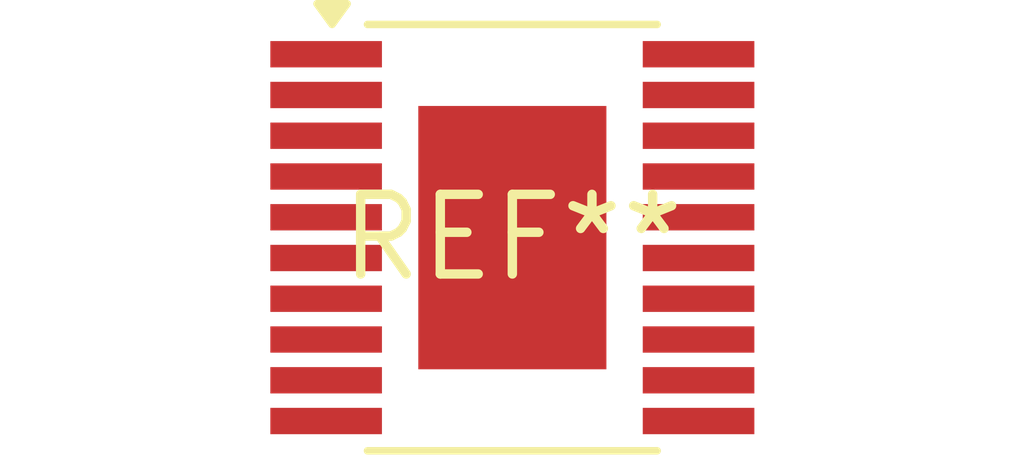
<source format=kicad_pcb>
(kicad_pcb (version 20240108) (generator pcbnew)
  (layers (0 "F.Cu" signal) (31 "B.Cu" signal) (34 "B.Paste" user) (35 "F.Paste" user) (36 "B.SilkS" user "B.Silkscreen") (37 "F.SilkS" user "F.Silkscreen") (38 "B.Mask" user) (39 "F.Mask" user) (44 "Edge.Cuts" user))
  (net 0 "")
  (footprint "Texas_PWP0020A" (layer "F.Cu") (at 0 0)
    (property "Reference" "REF**")
    (property "Value" "Texas_PWP0020A")
    (fp_line (start 2.31 -3.4) (end -2.31 -3.4) (layer "F.SilkS") (stroke (width 0.12)))
    (fp_line (start 2.31 3.4) (end -2.31 3.4) (layer "F.SilkS") (stroke (width 0.12)))
    (fp_poly (pts (xy -2.875 -3.4) (xy -3.115 -3.73) (xy -2.635 -3.73) (xy -2.875 -3.4)) (layer "F.SilkS") (stroke (width 0.12)) (fill solid))
    (pad "1" smd rect (at -2.97 -2.925) (size 1.78 0.42) (layers "F.Cu" "F.Paste" "F.Mask"))
    (pad "2" smd rect (at -2.97 -2.275) (size 1.78 0.42) (layers "F.Cu" "F.Paste" "F.Mask"))
    (pad "3" smd rect (at -2.97 -1.625) (size 1.78 0.42) (layers "F.Cu" "F.Paste" "F.Mask"))
    (pad "4" smd rect (at -2.97 -0.975) (size 1.78 0.42) (layers "F.Cu" "F.Paste" "F.Mask"))
    (pad "5" smd rect (at -2.97 -0.325) (size 1.78 0.42) (layers "F.Cu" "F.Paste" "F.Mask"))
    (pad "6" smd rect (at -2.97 0.325) (size 1.78 0.42) (layers "F.Cu" "F.Paste" "F.Mask"))
    (pad "7" smd rect (at -2.97 0.975) (size 1.78 0.42) (layers "F.Cu" "F.Paste" "F.Mask"))
    (pad "8" smd rect (at -2.97 1.625) (size 1.78 0.42) (layers "F.Cu" "F.Paste" "F.Mask"))
    (pad "9" smd rect (at -2.97 2.275) (size 1.78 0.42) (layers "F.Cu" "F.Paste" "F.Mask"))
    (pad "10" smd rect (at -2.97 2.925) (size 1.78 0.42) (layers "F.Cu" "F.Paste" "F.Mask"))
    (pad "11" smd rect (at 2.97 2.925) (size 1.78 0.42) (layers "F.Cu" "F.Paste" "F.Mask"))
    (pad "12" smd rect (at 2.97 2.275) (size 1.78 0.42) (layers "F.Cu" "F.Paste" "F.Mask"))
    (pad "13" smd rect (at 2.97 1.625) (size 1.78 0.42) (layers "F.Cu" "F.Paste" "F.Mask"))
    (pad "14" smd rect (at 2.97 0.975) (size 1.78 0.42) (layers "F.Cu" "F.Paste" "F.Mask"))
    (pad "15" smd rect (at 2.97 0.325) (size 1.78 0.42) (layers "F.Cu" "F.Paste" "F.Mask"))
    (pad "16" smd rect (at 2.97 -0.325) (size 1.78 0.42) (layers "F.Cu" "F.Paste" "F.Mask"))
    (pad "17" smd rect (at 2.97 -0.975) (size 1.78 0.42) (layers "F.Cu" "F.Paste" "F.Mask"))
    (pad "18" smd rect (at 2.97 -1.625) (size 1.78 0.42) (layers "F.Cu" "F.Paste" "F.Mask"))
    (pad "19" smd rect (at 2.97 -2.275) (size 1.78 0.42) (layers "F.Cu" "F.Paste" "F.Mask"))
    (pad "20" smd rect (at 2.97 -2.925) (size 1.78 0.42) (layers "F.Cu" "F.Paste" "F.Mask"))
    (pad "21" smd rect (at 0 0) (size 3 4.2) (layers "F.Cu" "F.Mask"))
  )
)
</source>
